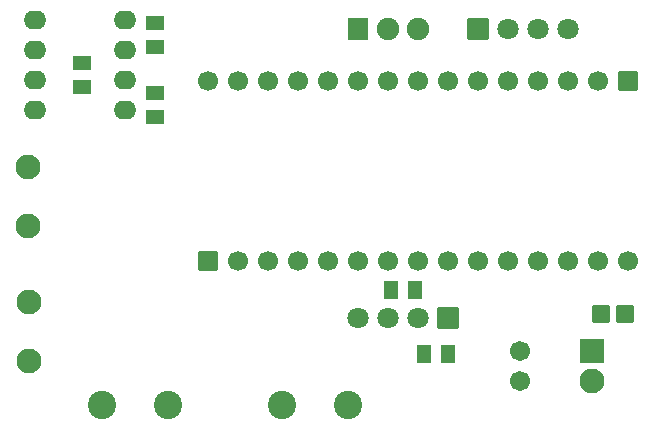
<source format=gbs>
G04 Layer: BottomSolderMaskLayer*
G04 EasyEDA v6.5.34, 2023-10-03 11:16:35*
G04 bb2cee3522a8477492119d973bc89143,2402692d15bd446891542ced5281a4ad,10*
G04 Gerber Generator version 0.2*
G04 Scale: 100 percent, Rotated: No, Reflected: No *
G04 Dimensions in millimeters *
G04 leading zeros omitted , absolute positions ,4 integer and 5 decimal *
%FSLAX45Y45*%
%MOMM*%

%AMMACRO1*1,1,$1,$2,$3*1,1,$1,$4,$5*1,1,$1,0-$2,0-$3*1,1,$1,0-$4,0-$5*20,1,$1,$2,$3,$4,$5,0*20,1,$1,$4,$5,0-$2,0-$3,0*20,1,$1,0-$2,0-$3,0-$4,0-$5,0*20,1,$1,0-$4,0-$5,$2,$3,0*4,1,4,$2,$3,$4,$5,0-$2,0-$3,0-$4,0-$5,$2,$3,0*%
%ADD10MACRO1,0.1016X0.5663X-0.6885X0.5663X0.6885*%
%ADD11MACRO1,0.1016X-0.5663X-0.6885X-0.5663X0.6885*%
%ADD12MACRO1,0.1016X-0.705X0.675X-0.705X-0.675*%
%ADD13MACRO1,0.1016X0.705X0.675X0.705X-0.675*%
%ADD14MACRO1,0.1016X-0.6885X-0.5663X0.6885X-0.5663*%
%ADD15MACRO1,0.1016X-0.6885X0.5663X0.6885X0.5663*%
%ADD16MACRO1,0.1016X0.6885X0.5663X-0.6885X0.5663*%
%ADD17MACRO1,0.1016X0.6885X-0.5663X-0.6885X-0.5663*%
%ADD18C,1.7016*%
%ADD19C,2.4000*%
%ADD20MACRO1,0.1016X0.85X-0.85X-0.85X-0.85*%
%ADD21C,1.8016*%
%ADD22MACRO1,0.1016X-0.85X0.85X0.85X0.85*%
%ADD23C,1.9016*%
%ADD24MACRO1,0.1016X-0.7874X0.9X0.7874X0.9*%
%ADD25MACRO1,0.1016X1X1X1X-1*%
%ADD26C,2.1016*%
%ADD27MACRO1,0.1X-0.8X0.8X0.8X0.8*%
%ADD28C,1.7000*%
%ADD29MACRO1,0.1X0.8X-0.8X-0.8X-0.8*%
%ADD30O,1.92659X1.561592*%

%LPD*%
D10*
G01*
X3519495Y-2527300D03*
D11*
G01*
X3719504Y-2527300D03*
D10*
G01*
X3798895Y-3073400D03*
D11*
G01*
X3998904Y-3073400D03*
D12*
G01*
X5497502Y-2730500D03*
D13*
G01*
X5297497Y-2730500D03*
D14*
G01*
X901700Y-611195D03*
D15*
G01*
X901700Y-811204D03*
D16*
G01*
X1524000Y-1065204D03*
D17*
G01*
X1524000Y-865195D03*
D14*
G01*
X1524000Y-268295D03*
D15*
G01*
X1524000Y-468304D03*
D18*
G01*
X4610100Y-3302000D03*
G01*
X4610100Y-3048000D03*
D19*
G01*
X2593975Y-3499993D03*
G01*
X3153994Y-3499993D03*
G01*
X1630019Y-3499993D03*
G01*
X1070000Y-3499993D03*
D20*
G01*
X4000500Y-2768600D03*
D21*
G01*
X3746500Y-2768600D03*
G01*
X3492500Y-2768600D03*
G01*
X3238500Y-2768600D03*
D22*
G01*
X4254500Y-317500D03*
D21*
G01*
X4508500Y-317500D03*
G01*
X4762500Y-317500D03*
G01*
X5016500Y-317500D03*
D23*
G01*
X3746500Y-317500D03*
G01*
X3492500Y-317500D03*
D24*
G01*
X3238500Y-317500D03*
D25*
G01*
X5219700Y-3048000D03*
D26*
G01*
X5219700Y-3302000D03*
G01*
X444500Y-1489837D03*
G01*
X444500Y-1989962D03*
G01*
X457200Y-2632837D03*
G01*
X457200Y-3132962D03*
D27*
G01*
X1968499Y-2285994D03*
D28*
G01*
X2222500Y-2286000D03*
G01*
X2476500Y-2286000D03*
G01*
X2730500Y-2286000D03*
G01*
X2984500Y-2286000D03*
G01*
X3238500Y-2286000D03*
G01*
X3492500Y-2286000D03*
G01*
X3746500Y-2286000D03*
G01*
X4000500Y-2286000D03*
G01*
X4254500Y-2286000D03*
G01*
X4508500Y-2286000D03*
G01*
X4762500Y-2286000D03*
G01*
X5016500Y-2286000D03*
G01*
X5270500Y-2286000D03*
G01*
X5524500Y-2286000D03*
D29*
G01*
X5524500Y-762000D03*
D28*
G01*
X5270500Y-762000D03*
G01*
X5016500Y-762000D03*
G01*
X4762500Y-762000D03*
G01*
X4508500Y-762000D03*
G01*
X4254500Y-762000D03*
G01*
X4000500Y-762000D03*
G01*
X3746500Y-762000D03*
G01*
X3492500Y-762000D03*
G01*
X3238500Y-762000D03*
G01*
X2984500Y-762000D03*
G01*
X2730500Y-762000D03*
G01*
X2476500Y-762000D03*
G01*
X2222500Y-762000D03*
G01*
X1968500Y-762000D03*
D30*
G01*
X1270000Y-1003300D03*
G01*
X1270000Y-749300D03*
G01*
X1270000Y-495300D03*
G01*
X1270000Y-241300D03*
G01*
X508000Y-1003300D03*
G01*
X508000Y-749300D03*
G01*
X508000Y-495300D03*
G01*
X508000Y-241300D03*
M02*

</source>
